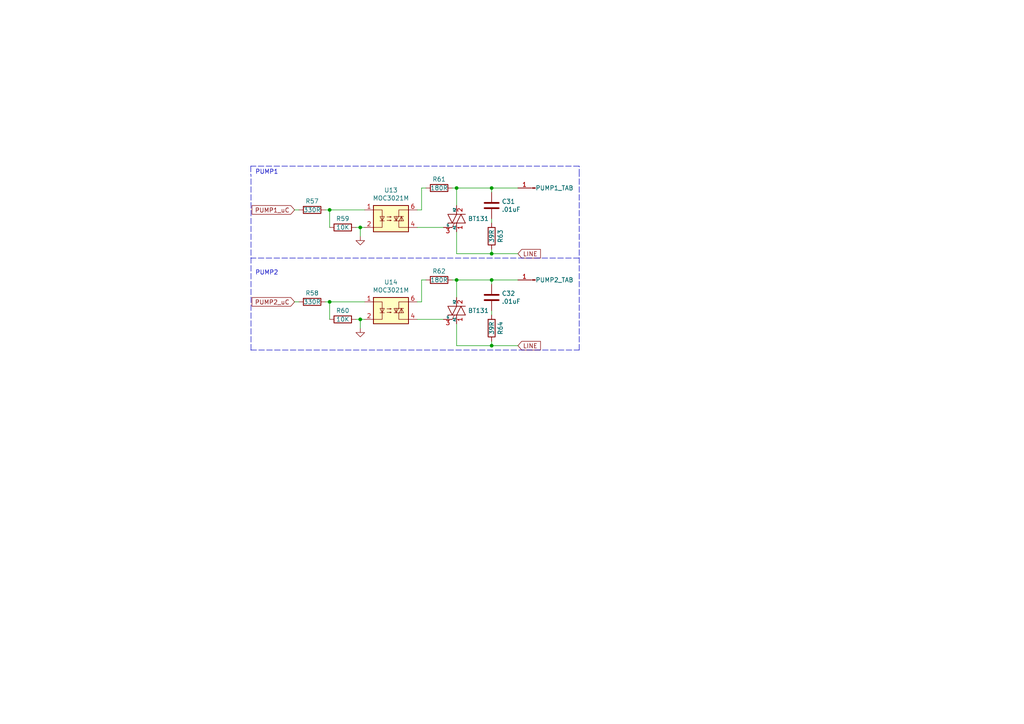
<source format=kicad_sch>
(kicad_sch (version 20211123) (generator eeschema)
  (paper "A4")
  (lib_symbols
    (symbol "Connector:Conn_01x01_Male" (pin_names (offset 1.016) hide)
      (property "Reference" "J" (at 0 2.54 0))
      (property "Value" "Conn_01x01_Male" (at 0 -2.54 0))
      (symbol "Conn_01x01_Male_1_1"
        (polyline (pts (xy 1.27 0) (xy 0.8636 0)) (stroke (width 0.1524)))
        (rectangle (start 0.8636 0.127) (end 0 -0.127) (stroke (width 0.1524)) (fill (type outline)))
        (pin passive line (at 5.08 0 180) (length 3.81) (name "Pin_1") (number "1"))
      )
    )
    (symbol "Device:C" (pin_numbers hide) (pin_names (offset 0.254))
      (property "Reference" "C" (at 0.635 2.54 0))
      (property "Value" "C" (at 0.635 -2.54 0))
      (symbol "C_0_1"
        (polyline (pts (xy -2.032 -0.762) (xy 2.032 -0.762)) (stroke (width 0.508)))
        (polyline (pts (xy -2.032 0.762) (xy 2.032 0.762)) (stroke (width 0.508)))
      )
      (symbol "C_1_1"
        (pin passive line (at 0 3.81 270) (length 2.794) (name "~") (number "1"))
        (pin passive line (at 0 -3.81 90) (length 2.794) (name "~") (number "2"))
      )
    )
    (symbol "Device:R" (pin_numbers hide) (pin_names (offset 0))
      (property "Reference" "R" (at 2.032 0 90))
      (property "Value" "R" (at 0 0 90))
      (symbol "R_0_1"
        (rectangle (start -1.016 -2.54) (end 1.016 2.54) (stroke (width 0.254)))
      )
      (symbol "R_1_1"
        (pin passive line (at 0 3.81 270) (length 1.27) (name "~") (number "1"))
        (pin passive line (at 0 -3.81 90) (length 1.27) (name "~") (number "2"))
      )
    )
    (symbol "Relay_SolidState:MOC3021M"
      (property "Reference" "U" (at -5.334 4.826 0))
      (property "Value" "MOC3021M" (at 0 5.08 0))
      (symbol "MOC3021M_0_1"
        (rectangle (start -5.08 3.81) (end 5.08 -3.81) (stroke (width 0.254)) (fill (type background)))
        (polyline (pts (xy -3.175 -0.635) (xy -1.905 -0.635)))
        (polyline (pts (xy 1.524 -0.635) (xy 1.524 0.635)))
        (polyline (pts (xy 3.048 0.635) (xy 3.048 -0.635)))
        (polyline (pts (xy 2.286 -0.635) (xy 2.286 -2.54) (xy 5.08 -2.54)))
        (polyline (pts (xy 2.286 0.635) (xy 2.286 2.54) (xy 5.08 2.54)))
        (polyline (pts (xy -5.08 2.54) (xy -2.54 2.54) (xy -2.54 -2.54) (xy -5.08 -2.54)))
        (polyline (pts (xy -2.54 -0.635) (xy -3.175 0.635) (xy -1.905 0.635) (xy -2.54 -0.635)))
        (polyline (pts (xy 0.889 -0.635) (xy 3.683 -0.635) (xy 3.048 0.635) (xy 2.413 -0.635)))
        (polyline (pts (xy 3.683 0.635) (xy 0.889 0.635) (xy 1.524 -0.635) (xy 2.159 0.635)))
        (polyline (pts (xy -1.143 -0.508) (xy 0.127 -0.508) (xy -0.254 -0.635) (xy -0.254 -0.381) (xy 0.127 -0.508)))
        (polyline (pts (xy -1.143 0.508) (xy 0.127 0.508) (xy -0.254 0.381) (xy -0.254 0.635) (xy 0.127 0.508)))
      )
      (symbol "MOC3021M_1_1"
        (pin passive line (at -7.62 2.54 0) (length 2.54) (name "~") (number "1"))
        (pin passive line (at -7.62 -2.54 0) (length 2.54) (name "~") (number "2"))
        (pin no_connect line (at -5.08 0 0) (length 2.54) hide (name "NC") (number "3"))
        (pin passive line (at 7.62 -2.54 180) (length 2.54) (name "~") (number "4"))
        (pin no_connect line (at 5.08 0 180) (length 2.54) hide (name "NC") (number "5"))
        (pin passive line (at 7.62 2.54 180) (length 2.54) (name "~") (number "6"))
      )
    )
    (symbol "Triac_Thyristor:BTA16-600B" (pin_names (offset 0))
      (property "Reference" "Q" (at 5.08 1.905 0))
      (property "Value" "BTA16-600B" (at 5.08 0 0))
      (symbol "BTA16-600B_0_1"
        (polyline (pts (xy -2.54 -1.27) (xy 2.54 -1.27)) (stroke (width 0.2032)))
        (polyline (pts (xy -2.54 1.27) (xy 2.54 1.27)) (stroke (width 0.2032)))
        (polyline (pts (xy -1.27 -2.54) (xy -0.635 -1.27)))
        (polyline (pts (xy -2.54 1.27) (xy -1.27 -1.27) (xy 0 1.27)) (stroke (width 0.2032)))
        (polyline (pts (xy 0 -1.27) (xy 1.27 1.27) (xy 2.54 -1.27)) (stroke (width 0.2032)))
      )
      (symbol "BTA16-600B_1_1"
        (pin passive line (at 0 -3.81 90) (length 2.54) (name "A1") (number "1"))
        (pin passive line (at 0 3.81 270) (length 2.54) (name "A2") (number "2"))
        (pin input line (at -3.81 -2.54 0) (length 2.54) (name "G") (number "3"))
      )
    )
    (symbol "power:GND" (power) (pin_names (offset 0))
      (property "Value" "GND" (at 0 -3.81 0))
      (symbol "GND_0_1"
        (polyline (pts (xy 0 0) (xy 0 -1.27) (xy 1.27 -1.27) (xy 0 -2.54) (xy -1.27 -1.27) (xy 0 -1.27)))
      )
      (symbol "GND_1_1"
        (pin power_in line (at 0 0 270) (length 0) hide (name "GND") (number "1"))
      )
    )
  )
  (junction (at 142.5956 100.2538))
  (junction (at 104.4956 92.6338))
  (junction (at 132.4356 54.5338))
  (junction (at 142.5956 73.5838))
  (junction (at 95.6056 60.8838))
  (junction (at 104.4956 65.9638))
  (junction (at 132.4356 81.2038))
  (junction (at 142.5956 54.5338))
  (junction (at 95.6056 87.5538))
  (junction (at 142.5956 81.2038))
  (wire (pts (xy 95.6056 60.8838) (xy 105.7656 60.8838)))
  (wire (pts (xy 95.6056 87.5538) (xy 105.7656 87.5538)))
  (wire (pts (xy 142.5956 81.2038) (xy 150.2156 81.2038)))
  (wire (pts (xy 132.4356 100.2538) (xy 142.5956 100.2538)))
  (wire (pts (xy 122.2756 87.5538) (xy 122.2756 81.2038)))
  (wire (pts (xy 104.4956 92.6338) (xy 105.7656 92.6338)))
  (polyline (pts (xy 167.9956 48.1838) (xy 72.7456 48.1838)))
  (wire (pts (xy 142.5956 54.5338) (xy 142.5956 55.8038)))
  (polyline (pts (xy 72.7456 101.5238) (xy 167.9956 101.5238)))
  (polyline (pts (xy 167.9956 50.7238) (xy 167.9956 48.1838)))
  (wire (pts (xy 122.2756 54.5338) (xy 123.5456 54.5338)))
  (wire (pts (xy 104.4956 65.9638) (xy 104.4956 68.5038)))
  (wire (pts (xy 128.6256 65.9638) (xy 121.0056 65.9638)))
  (wire (pts (xy 128.6256 92.6338) (xy 121.0056 92.6338)))
  (wire (pts (xy 121.0056 60.8838) (xy 122.2756 60.8838)))
  (wire (pts (xy 132.4356 93.9038) (xy 132.4356 100.2538)))
  (wire (pts (xy 95.6056 60.8838) (xy 95.6056 65.9638)))
  (wire (pts (xy 132.4356 86.2838) (xy 132.4356 81.2038)))
  (wire (pts (xy 132.4356 73.5838) (xy 142.5956 73.5838)))
  (wire (pts (xy 121.0056 87.5538) (xy 122.2756 87.5538)))
  (wire (pts (xy 142.5956 81.2038) (xy 142.5956 82.4738)))
  (wire (pts (xy 132.4356 81.2038) (xy 142.5956 81.2038)))
  (wire (pts (xy 142.5956 73.5838) (xy 142.5956 72.3138)))
  (wire (pts (xy 132.4356 59.6138) (xy 132.4356 54.5338)))
  (wire (pts (xy 104.4956 92.6338) (xy 104.4956 95.1738)))
  (wire (pts (xy 142.5956 73.5838) (xy 150.2156 73.5838)))
  (wire (pts (xy 142.5956 91.3638) (xy 142.5956 90.0938)))
  (wire (pts (xy 142.5956 100.2538) (xy 142.5956 98.9838)))
  (wire (pts (xy 142.5956 100.2538) (xy 150.2156 100.2538)))
  (wire (pts (xy 86.7156 60.8838) (xy 85.4456 60.8838)))
  (wire (pts (xy 142.5956 54.5338) (xy 150.2156 54.5338)))
  (wire (pts (xy 103.2256 65.9638) (xy 104.4956 65.9638)))
  (wire (pts (xy 94.3356 60.8838) (xy 95.6056 60.8838)))
  (wire (pts (xy 122.2756 60.8838) (xy 122.2756 54.5338)))
  (wire (pts (xy 104.4956 65.9638) (xy 105.7656 65.9638)))
  (wire (pts (xy 132.4356 67.2338) (xy 132.4356 73.5838)))
  (wire (pts (xy 94.3356 87.5538) (xy 95.6056 87.5538)))
  (polyline (pts (xy 167.9956 101.5238) (xy 167.9956 50.7238)))
  (wire (pts (xy 132.4356 54.5338) (xy 142.5956 54.5338)))
  (wire (pts (xy 86.7156 87.5538) (xy 85.4456 87.5538)))
  (wire (pts (xy 95.6056 87.5538) (xy 95.6056 92.6338)))
  (wire (pts (xy 131.1656 54.5338) (xy 132.4356 54.5338)))
  (wire (pts (xy 103.2256 92.6338) (xy 104.4956 92.6338)))
  (wire (pts (xy 122.2756 81.2038) (xy 123.5456 81.2038)))
  (wire (pts (xy 131.1656 81.2038) (xy 132.4356 81.2038)))
  (polyline (pts (xy 167.9956 74.8538) (xy 72.7456 74.8538)))
  (polyline (pts (xy 72.7456 48.1838) (xy 72.7456 50.7238)))
  (wire (pts (xy 142.5956 64.6938) (xy 142.5956 63.4238)))
  (polyline (pts (xy 72.802 101.5238) (xy 72.802 50.7238)))
  (text "PUMP2" (at 74.0156 79.9338 0) (effects (font (size 1.27 1.27)) (justify left bottom)))
  (text "PUMP1" (at 74.0156 50.7238 0) (effects (font (size 1.27 1.27)) (justify left bottom)))
  (global_label "PUMP2_uC" (shape input) (at 85.4456 87.5538 180) (property "Intersheet References" "${INTERSHEET_REFS}" (effects hide)))
  (global_label "LINE" (shape input) (at 150.2156 100.2538 0) (property "Intersheet References" "${INTERSHEET_REFS}" (effects hide)))
  (global_label "PUMP1_uC" (shape input) (at 85.4456 60.8838 180) (property "Intersheet References" "${INTERSHEET_REFS}" (effects hide)))
  (global_label "LINE" (shape input) (at 150.2156 73.5838 0) (property "Intersheet References" "${INTERSHEET_REFS}" (effects hide)))
  (symbol (lib_id "Device:R") (at 127.3556 81.2038 270) (unit 1)
    (property "Reference" "R62" (at 127.3556 78.6638 90))
    (property "Value" "180R" (at 127.3556 81.2038 90))
    (property "Footprint" "Resistor_SMD:R_1206_3216Metric" (effects hide))
  )
  (symbol (lib_id "power:GND") (at 104.4956 95.1738 0) (unit 1)
    (property "Reference" "#PWR0181" (effects hide))
    (property "Value" "GND" (effects hide))
  )
  (symbol (lib_id "Device:R") (at 142.5956 68.5038 180) (unit 1)
    (property "Reference" "R63" (at 145.1356 68.5038 90))
    (property "Value" "39R" (at 142.5956 68.5038 90))
    (property "Footprint" "Resistor_SMD:R_1206_3216Metric" (effects hide))
  )
  (symbol (lib_id "Device:C") (at 142.5956 59.6138 0) (unit 1)
    (property "Reference" "C31" (at 145.5166 58.4454 0) (effects (justify left)))
    (property "Value" ".01uF" (at 145.5166 60.7568 0) (effects (justify left)))
    (property "Footprint" "Capacitor_THT:C_Disc_D5.0mm_W2.5mm_P5.00mm" (effects hide))
  )
  (symbol (lib_id "power:GND") (at 104.4956 68.5038 0) (unit 1)
    (property "Reference" "#PWR0180" (effects hide))
    (property "Value" "GND" (effects hide))
  )
  (symbol (lib_id "Device:C") (at 142.5956 86.2838 0) (unit 1)
    (property "Reference" "C32" (at 145.5166 85.1154 0) (effects (justify left)))
    (property "Value" ".01uF" (at 145.5166 87.4268 0) (effects (justify left)))
    (property "Footprint" "Capacitor_THT:C_Disc_D5.0mm_W2.5mm_P5.00mm" (effects hide))
  )
  (symbol (lib_id "Device:R") (at 99.4156 65.9638 270) (unit 1)
    (property "Reference" "R59" (at 99.4156 63.4238 90))
    (property "Value" "10K" (at 99.4156 65.9638 90))
    (property "Footprint" "Resistor_SMD:R_0603_1608Metric" (effects hide))
  )
  (symbol (lib_id "Device:R") (at 90.5256 60.8838 270) (unit 1)
    (property "Reference" "R57" (at 90.5256 58.3438 90))
    (property "Value" "330R" (at 90.5256 60.8838 90))
    (property "Footprint" "Resistor_SMD:R_0603_1608Metric" (effects hide))
  )
  (symbol (lib_id "Connector:Conn_01x01_Male") (at 155.2956 81.2038 180) (unit 1)
    (property "Reference" "J23" (effects hide))
    (property "Value" "PUMP2_TAB" (at 155.2956 81.2038 0) (effects (justify right)))
    (property "Footprint" "Footprint:TAB_Conn" (effects hide))
  )
  (symbol (lib_id "Connector:Conn_01x01_Male") (at 155.2956 54.5338 180) (unit 1)
    (property "Reference" "J22" (effects hide))
    (property "Value" "PUMP1_TAB" (at 155.2956 54.5338 0) (effects (justify right)))
    (property "Footprint" "Footprint:TAB_Conn" (effects hide))
  )
  (symbol (lib_id "Relay_SolidState:MOC3021M") (at 113.3856 90.0938 0) (unit 1)
    (property "Reference" "U14" (at 113.3856 81.8388 0))
    (property "Value" "MOC3021M" (at 113.3856 84.1502 0))
    (property "Footprint" "Footprint:DIP6_SMD" (effects hide))
    (property "Datasheet" "https://www.onsemi.com/pub/Collateral/MOC3023M-D.PDF" (effects hide))
  )
  (symbol (lib_id "Device:R") (at 142.5956 95.1738 180) (unit 1)
    (property "Reference" "R64" (at 145.1356 95.1738 90))
    (property "Value" "39R" (at 142.5956 95.1738 90))
    (property "Footprint" "Resistor_SMD:R_1206_3216Metric" (effects hide))
  )
  (symbol (lib_id "Device:R") (at 99.4156 92.6338 270) (unit 1)
    (property "Reference" "R60" (at 99.4156 90.0938 90))
    (property "Value" "10K" (at 99.4156 92.6338 90))
    (property "Footprint" "Resistor_SMD:R_0603_1608Metric" (effects hide))
  )
  (symbol (lib_id "Triac_Thyristor:BTA16-600B") (at 132.4356 90.0938 0) (unit 1)
    (property "Reference" "Q17" (effects hide))
    (property "Value" "BT131" (at 135.7122 90.0938 0) (effects (justify left)))
    (property "Footprint" "Footprint:BT131" (effects hide))
    (property "Datasheet" "https://www.st.com/resource/en/datasheet/bta16.pdf" (effects hide))
  )
  (symbol (lib_id "Triac_Thyristor:BTA16-600B") (at 132.4356 63.4238 0) (unit 1)
    (property "Reference" "Q16" (effects hide))
    (property "Value" "BT131" (at 135.7122 63.4238 0) (effects (justify left)))
    (property "Footprint" "Footprint:BT131" (effects hide))
    (property "Datasheet" "https://www.st.com/resource/en/datasheet/bta16.pdf" (effects hide))
  )
  (symbol (lib_id "Relay_SolidState:MOC3021M") (at 113.3856 63.4238 0) (unit 1)
    (property "Reference" "U13" (at 113.3856 55.1688 0))
    (property "Value" "MOC3021M" (at 113.3856 57.4802 0))
    (property "Footprint" "Footprint:DIP6_SMD" (effects hide))
    (property "Datasheet" "https://www.onsemi.com/pub/Collateral/MOC3023M-D.PDF" (effects hide))
  )
  (symbol (lib_id "Device:R") (at 90.5256 87.5538 270) (unit 1)
    (property "Reference" "R58" (at 90.5256 85.0138 90))
    (property "Value" "330R" (at 90.5256 87.5538 90))
    (property "Footprint" "Resistor_SMD:R_0603_1608Metric" (effects hide))
  )
  (symbol (lib_id "Device:R") (at 127.3556 54.5338 270) (unit 1)
    (property "Reference" "R61" (at 127.3556 51.9938 90))
    (property "Value" "180R" (at 127.3556 54.5338 90))
    (property "Footprint" "Resistor_SMD:R_1206_3216Metric" (effects hide))
  )
)
</source>
